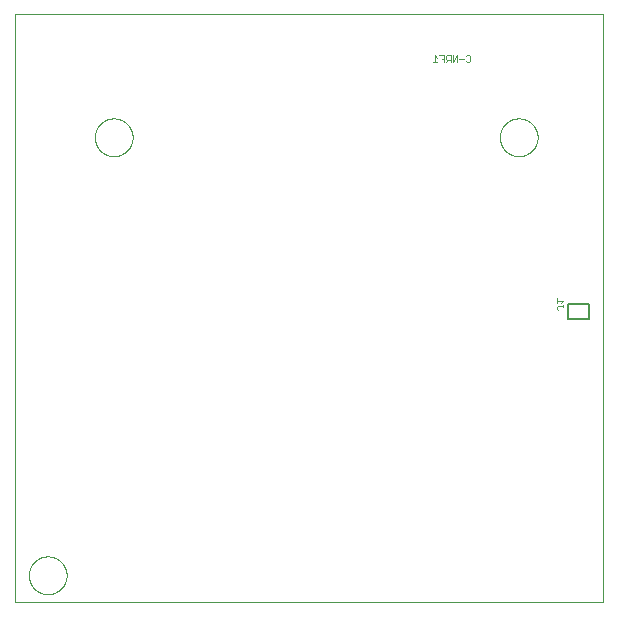
<source format=gbo>
G75*
%MOIN*%
%OFA0B0*%
%FSLAX25Y25*%
%IPPOS*%
%LPD*%
%AMOC8*
5,1,8,0,0,1.08239X$1,22.5*
%
%ADD10C,0.00000*%
%ADD11C,0.00500*%
%ADD12C,0.00300*%
%ADD13C,0.00200*%
D10*
X0001500Y0002000D02*
X0197500Y0002000D01*
X0197500Y0198000D01*
X0001500Y0198000D01*
X0001500Y0002000D01*
X0006201Y0011000D02*
X0006203Y0011158D01*
X0006209Y0011316D01*
X0006219Y0011474D01*
X0006233Y0011632D01*
X0006251Y0011789D01*
X0006272Y0011946D01*
X0006298Y0012102D01*
X0006328Y0012258D01*
X0006361Y0012413D01*
X0006399Y0012566D01*
X0006440Y0012719D01*
X0006485Y0012871D01*
X0006534Y0013022D01*
X0006587Y0013171D01*
X0006643Y0013319D01*
X0006703Y0013465D01*
X0006767Y0013610D01*
X0006835Y0013753D01*
X0006906Y0013895D01*
X0006980Y0014035D01*
X0007058Y0014172D01*
X0007140Y0014308D01*
X0007224Y0014442D01*
X0007313Y0014573D01*
X0007404Y0014702D01*
X0007499Y0014829D01*
X0007596Y0014954D01*
X0007697Y0015076D01*
X0007801Y0015195D01*
X0007908Y0015312D01*
X0008018Y0015426D01*
X0008131Y0015537D01*
X0008246Y0015646D01*
X0008364Y0015751D01*
X0008485Y0015853D01*
X0008608Y0015953D01*
X0008734Y0016049D01*
X0008862Y0016142D01*
X0008992Y0016232D01*
X0009125Y0016318D01*
X0009260Y0016402D01*
X0009396Y0016481D01*
X0009535Y0016558D01*
X0009676Y0016630D01*
X0009818Y0016700D01*
X0009962Y0016765D01*
X0010108Y0016827D01*
X0010255Y0016885D01*
X0010404Y0016940D01*
X0010554Y0016991D01*
X0010705Y0017038D01*
X0010857Y0017081D01*
X0011010Y0017120D01*
X0011165Y0017156D01*
X0011320Y0017187D01*
X0011476Y0017215D01*
X0011632Y0017239D01*
X0011789Y0017259D01*
X0011947Y0017275D01*
X0012104Y0017287D01*
X0012263Y0017295D01*
X0012421Y0017299D01*
X0012579Y0017299D01*
X0012737Y0017295D01*
X0012896Y0017287D01*
X0013053Y0017275D01*
X0013211Y0017259D01*
X0013368Y0017239D01*
X0013524Y0017215D01*
X0013680Y0017187D01*
X0013835Y0017156D01*
X0013990Y0017120D01*
X0014143Y0017081D01*
X0014295Y0017038D01*
X0014446Y0016991D01*
X0014596Y0016940D01*
X0014745Y0016885D01*
X0014892Y0016827D01*
X0015038Y0016765D01*
X0015182Y0016700D01*
X0015324Y0016630D01*
X0015465Y0016558D01*
X0015604Y0016481D01*
X0015740Y0016402D01*
X0015875Y0016318D01*
X0016008Y0016232D01*
X0016138Y0016142D01*
X0016266Y0016049D01*
X0016392Y0015953D01*
X0016515Y0015853D01*
X0016636Y0015751D01*
X0016754Y0015646D01*
X0016869Y0015537D01*
X0016982Y0015426D01*
X0017092Y0015312D01*
X0017199Y0015195D01*
X0017303Y0015076D01*
X0017404Y0014954D01*
X0017501Y0014829D01*
X0017596Y0014702D01*
X0017687Y0014573D01*
X0017776Y0014442D01*
X0017860Y0014308D01*
X0017942Y0014172D01*
X0018020Y0014035D01*
X0018094Y0013895D01*
X0018165Y0013753D01*
X0018233Y0013610D01*
X0018297Y0013465D01*
X0018357Y0013319D01*
X0018413Y0013171D01*
X0018466Y0013022D01*
X0018515Y0012871D01*
X0018560Y0012719D01*
X0018601Y0012566D01*
X0018639Y0012413D01*
X0018672Y0012258D01*
X0018702Y0012102D01*
X0018728Y0011946D01*
X0018749Y0011789D01*
X0018767Y0011632D01*
X0018781Y0011474D01*
X0018791Y0011316D01*
X0018797Y0011158D01*
X0018799Y0011000D01*
X0018797Y0010842D01*
X0018791Y0010684D01*
X0018781Y0010526D01*
X0018767Y0010368D01*
X0018749Y0010211D01*
X0018728Y0010054D01*
X0018702Y0009898D01*
X0018672Y0009742D01*
X0018639Y0009587D01*
X0018601Y0009434D01*
X0018560Y0009281D01*
X0018515Y0009129D01*
X0018466Y0008978D01*
X0018413Y0008829D01*
X0018357Y0008681D01*
X0018297Y0008535D01*
X0018233Y0008390D01*
X0018165Y0008247D01*
X0018094Y0008105D01*
X0018020Y0007965D01*
X0017942Y0007828D01*
X0017860Y0007692D01*
X0017776Y0007558D01*
X0017687Y0007427D01*
X0017596Y0007298D01*
X0017501Y0007171D01*
X0017404Y0007046D01*
X0017303Y0006924D01*
X0017199Y0006805D01*
X0017092Y0006688D01*
X0016982Y0006574D01*
X0016869Y0006463D01*
X0016754Y0006354D01*
X0016636Y0006249D01*
X0016515Y0006147D01*
X0016392Y0006047D01*
X0016266Y0005951D01*
X0016138Y0005858D01*
X0016008Y0005768D01*
X0015875Y0005682D01*
X0015740Y0005598D01*
X0015604Y0005519D01*
X0015465Y0005442D01*
X0015324Y0005370D01*
X0015182Y0005300D01*
X0015038Y0005235D01*
X0014892Y0005173D01*
X0014745Y0005115D01*
X0014596Y0005060D01*
X0014446Y0005009D01*
X0014295Y0004962D01*
X0014143Y0004919D01*
X0013990Y0004880D01*
X0013835Y0004844D01*
X0013680Y0004813D01*
X0013524Y0004785D01*
X0013368Y0004761D01*
X0013211Y0004741D01*
X0013053Y0004725D01*
X0012896Y0004713D01*
X0012737Y0004705D01*
X0012579Y0004701D01*
X0012421Y0004701D01*
X0012263Y0004705D01*
X0012104Y0004713D01*
X0011947Y0004725D01*
X0011789Y0004741D01*
X0011632Y0004761D01*
X0011476Y0004785D01*
X0011320Y0004813D01*
X0011165Y0004844D01*
X0011010Y0004880D01*
X0010857Y0004919D01*
X0010705Y0004962D01*
X0010554Y0005009D01*
X0010404Y0005060D01*
X0010255Y0005115D01*
X0010108Y0005173D01*
X0009962Y0005235D01*
X0009818Y0005300D01*
X0009676Y0005370D01*
X0009535Y0005442D01*
X0009396Y0005519D01*
X0009260Y0005598D01*
X0009125Y0005682D01*
X0008992Y0005768D01*
X0008862Y0005858D01*
X0008734Y0005951D01*
X0008608Y0006047D01*
X0008485Y0006147D01*
X0008364Y0006249D01*
X0008246Y0006354D01*
X0008131Y0006463D01*
X0008018Y0006574D01*
X0007908Y0006688D01*
X0007801Y0006805D01*
X0007697Y0006924D01*
X0007596Y0007046D01*
X0007499Y0007171D01*
X0007404Y0007298D01*
X0007313Y0007427D01*
X0007224Y0007558D01*
X0007140Y0007692D01*
X0007058Y0007828D01*
X0006980Y0007965D01*
X0006906Y0008105D01*
X0006835Y0008247D01*
X0006767Y0008390D01*
X0006703Y0008535D01*
X0006643Y0008681D01*
X0006587Y0008829D01*
X0006534Y0008978D01*
X0006485Y0009129D01*
X0006440Y0009281D01*
X0006399Y0009434D01*
X0006361Y0009587D01*
X0006328Y0009742D01*
X0006298Y0009898D01*
X0006272Y0010054D01*
X0006251Y0010211D01*
X0006233Y0010368D01*
X0006219Y0010526D01*
X0006209Y0010684D01*
X0006203Y0010842D01*
X0006201Y0011000D01*
X0028201Y0157000D02*
X0028203Y0157158D01*
X0028209Y0157316D01*
X0028219Y0157474D01*
X0028233Y0157632D01*
X0028251Y0157789D01*
X0028272Y0157946D01*
X0028298Y0158102D01*
X0028328Y0158258D01*
X0028361Y0158413D01*
X0028399Y0158566D01*
X0028440Y0158719D01*
X0028485Y0158871D01*
X0028534Y0159022D01*
X0028587Y0159171D01*
X0028643Y0159319D01*
X0028703Y0159465D01*
X0028767Y0159610D01*
X0028835Y0159753D01*
X0028906Y0159895D01*
X0028980Y0160035D01*
X0029058Y0160172D01*
X0029140Y0160308D01*
X0029224Y0160442D01*
X0029313Y0160573D01*
X0029404Y0160702D01*
X0029499Y0160829D01*
X0029596Y0160954D01*
X0029697Y0161076D01*
X0029801Y0161195D01*
X0029908Y0161312D01*
X0030018Y0161426D01*
X0030131Y0161537D01*
X0030246Y0161646D01*
X0030364Y0161751D01*
X0030485Y0161853D01*
X0030608Y0161953D01*
X0030734Y0162049D01*
X0030862Y0162142D01*
X0030992Y0162232D01*
X0031125Y0162318D01*
X0031260Y0162402D01*
X0031396Y0162481D01*
X0031535Y0162558D01*
X0031676Y0162630D01*
X0031818Y0162700D01*
X0031962Y0162765D01*
X0032108Y0162827D01*
X0032255Y0162885D01*
X0032404Y0162940D01*
X0032554Y0162991D01*
X0032705Y0163038D01*
X0032857Y0163081D01*
X0033010Y0163120D01*
X0033165Y0163156D01*
X0033320Y0163187D01*
X0033476Y0163215D01*
X0033632Y0163239D01*
X0033789Y0163259D01*
X0033947Y0163275D01*
X0034104Y0163287D01*
X0034263Y0163295D01*
X0034421Y0163299D01*
X0034579Y0163299D01*
X0034737Y0163295D01*
X0034896Y0163287D01*
X0035053Y0163275D01*
X0035211Y0163259D01*
X0035368Y0163239D01*
X0035524Y0163215D01*
X0035680Y0163187D01*
X0035835Y0163156D01*
X0035990Y0163120D01*
X0036143Y0163081D01*
X0036295Y0163038D01*
X0036446Y0162991D01*
X0036596Y0162940D01*
X0036745Y0162885D01*
X0036892Y0162827D01*
X0037038Y0162765D01*
X0037182Y0162700D01*
X0037324Y0162630D01*
X0037465Y0162558D01*
X0037604Y0162481D01*
X0037740Y0162402D01*
X0037875Y0162318D01*
X0038008Y0162232D01*
X0038138Y0162142D01*
X0038266Y0162049D01*
X0038392Y0161953D01*
X0038515Y0161853D01*
X0038636Y0161751D01*
X0038754Y0161646D01*
X0038869Y0161537D01*
X0038982Y0161426D01*
X0039092Y0161312D01*
X0039199Y0161195D01*
X0039303Y0161076D01*
X0039404Y0160954D01*
X0039501Y0160829D01*
X0039596Y0160702D01*
X0039687Y0160573D01*
X0039776Y0160442D01*
X0039860Y0160308D01*
X0039942Y0160172D01*
X0040020Y0160035D01*
X0040094Y0159895D01*
X0040165Y0159753D01*
X0040233Y0159610D01*
X0040297Y0159465D01*
X0040357Y0159319D01*
X0040413Y0159171D01*
X0040466Y0159022D01*
X0040515Y0158871D01*
X0040560Y0158719D01*
X0040601Y0158566D01*
X0040639Y0158413D01*
X0040672Y0158258D01*
X0040702Y0158102D01*
X0040728Y0157946D01*
X0040749Y0157789D01*
X0040767Y0157632D01*
X0040781Y0157474D01*
X0040791Y0157316D01*
X0040797Y0157158D01*
X0040799Y0157000D01*
X0040797Y0156842D01*
X0040791Y0156684D01*
X0040781Y0156526D01*
X0040767Y0156368D01*
X0040749Y0156211D01*
X0040728Y0156054D01*
X0040702Y0155898D01*
X0040672Y0155742D01*
X0040639Y0155587D01*
X0040601Y0155434D01*
X0040560Y0155281D01*
X0040515Y0155129D01*
X0040466Y0154978D01*
X0040413Y0154829D01*
X0040357Y0154681D01*
X0040297Y0154535D01*
X0040233Y0154390D01*
X0040165Y0154247D01*
X0040094Y0154105D01*
X0040020Y0153965D01*
X0039942Y0153828D01*
X0039860Y0153692D01*
X0039776Y0153558D01*
X0039687Y0153427D01*
X0039596Y0153298D01*
X0039501Y0153171D01*
X0039404Y0153046D01*
X0039303Y0152924D01*
X0039199Y0152805D01*
X0039092Y0152688D01*
X0038982Y0152574D01*
X0038869Y0152463D01*
X0038754Y0152354D01*
X0038636Y0152249D01*
X0038515Y0152147D01*
X0038392Y0152047D01*
X0038266Y0151951D01*
X0038138Y0151858D01*
X0038008Y0151768D01*
X0037875Y0151682D01*
X0037740Y0151598D01*
X0037604Y0151519D01*
X0037465Y0151442D01*
X0037324Y0151370D01*
X0037182Y0151300D01*
X0037038Y0151235D01*
X0036892Y0151173D01*
X0036745Y0151115D01*
X0036596Y0151060D01*
X0036446Y0151009D01*
X0036295Y0150962D01*
X0036143Y0150919D01*
X0035990Y0150880D01*
X0035835Y0150844D01*
X0035680Y0150813D01*
X0035524Y0150785D01*
X0035368Y0150761D01*
X0035211Y0150741D01*
X0035053Y0150725D01*
X0034896Y0150713D01*
X0034737Y0150705D01*
X0034579Y0150701D01*
X0034421Y0150701D01*
X0034263Y0150705D01*
X0034104Y0150713D01*
X0033947Y0150725D01*
X0033789Y0150741D01*
X0033632Y0150761D01*
X0033476Y0150785D01*
X0033320Y0150813D01*
X0033165Y0150844D01*
X0033010Y0150880D01*
X0032857Y0150919D01*
X0032705Y0150962D01*
X0032554Y0151009D01*
X0032404Y0151060D01*
X0032255Y0151115D01*
X0032108Y0151173D01*
X0031962Y0151235D01*
X0031818Y0151300D01*
X0031676Y0151370D01*
X0031535Y0151442D01*
X0031396Y0151519D01*
X0031260Y0151598D01*
X0031125Y0151682D01*
X0030992Y0151768D01*
X0030862Y0151858D01*
X0030734Y0151951D01*
X0030608Y0152047D01*
X0030485Y0152147D01*
X0030364Y0152249D01*
X0030246Y0152354D01*
X0030131Y0152463D01*
X0030018Y0152574D01*
X0029908Y0152688D01*
X0029801Y0152805D01*
X0029697Y0152924D01*
X0029596Y0153046D01*
X0029499Y0153171D01*
X0029404Y0153298D01*
X0029313Y0153427D01*
X0029224Y0153558D01*
X0029140Y0153692D01*
X0029058Y0153828D01*
X0028980Y0153965D01*
X0028906Y0154105D01*
X0028835Y0154247D01*
X0028767Y0154390D01*
X0028703Y0154535D01*
X0028643Y0154681D01*
X0028587Y0154829D01*
X0028534Y0154978D01*
X0028485Y0155129D01*
X0028440Y0155281D01*
X0028399Y0155434D01*
X0028361Y0155587D01*
X0028328Y0155742D01*
X0028298Y0155898D01*
X0028272Y0156054D01*
X0028251Y0156211D01*
X0028233Y0156368D01*
X0028219Y0156526D01*
X0028209Y0156684D01*
X0028203Y0156842D01*
X0028201Y0157000D01*
X0163201Y0157000D02*
X0163203Y0157158D01*
X0163209Y0157316D01*
X0163219Y0157474D01*
X0163233Y0157632D01*
X0163251Y0157789D01*
X0163272Y0157946D01*
X0163298Y0158102D01*
X0163328Y0158258D01*
X0163361Y0158413D01*
X0163399Y0158566D01*
X0163440Y0158719D01*
X0163485Y0158871D01*
X0163534Y0159022D01*
X0163587Y0159171D01*
X0163643Y0159319D01*
X0163703Y0159465D01*
X0163767Y0159610D01*
X0163835Y0159753D01*
X0163906Y0159895D01*
X0163980Y0160035D01*
X0164058Y0160172D01*
X0164140Y0160308D01*
X0164224Y0160442D01*
X0164313Y0160573D01*
X0164404Y0160702D01*
X0164499Y0160829D01*
X0164596Y0160954D01*
X0164697Y0161076D01*
X0164801Y0161195D01*
X0164908Y0161312D01*
X0165018Y0161426D01*
X0165131Y0161537D01*
X0165246Y0161646D01*
X0165364Y0161751D01*
X0165485Y0161853D01*
X0165608Y0161953D01*
X0165734Y0162049D01*
X0165862Y0162142D01*
X0165992Y0162232D01*
X0166125Y0162318D01*
X0166260Y0162402D01*
X0166396Y0162481D01*
X0166535Y0162558D01*
X0166676Y0162630D01*
X0166818Y0162700D01*
X0166962Y0162765D01*
X0167108Y0162827D01*
X0167255Y0162885D01*
X0167404Y0162940D01*
X0167554Y0162991D01*
X0167705Y0163038D01*
X0167857Y0163081D01*
X0168010Y0163120D01*
X0168165Y0163156D01*
X0168320Y0163187D01*
X0168476Y0163215D01*
X0168632Y0163239D01*
X0168789Y0163259D01*
X0168947Y0163275D01*
X0169104Y0163287D01*
X0169263Y0163295D01*
X0169421Y0163299D01*
X0169579Y0163299D01*
X0169737Y0163295D01*
X0169896Y0163287D01*
X0170053Y0163275D01*
X0170211Y0163259D01*
X0170368Y0163239D01*
X0170524Y0163215D01*
X0170680Y0163187D01*
X0170835Y0163156D01*
X0170990Y0163120D01*
X0171143Y0163081D01*
X0171295Y0163038D01*
X0171446Y0162991D01*
X0171596Y0162940D01*
X0171745Y0162885D01*
X0171892Y0162827D01*
X0172038Y0162765D01*
X0172182Y0162700D01*
X0172324Y0162630D01*
X0172465Y0162558D01*
X0172604Y0162481D01*
X0172740Y0162402D01*
X0172875Y0162318D01*
X0173008Y0162232D01*
X0173138Y0162142D01*
X0173266Y0162049D01*
X0173392Y0161953D01*
X0173515Y0161853D01*
X0173636Y0161751D01*
X0173754Y0161646D01*
X0173869Y0161537D01*
X0173982Y0161426D01*
X0174092Y0161312D01*
X0174199Y0161195D01*
X0174303Y0161076D01*
X0174404Y0160954D01*
X0174501Y0160829D01*
X0174596Y0160702D01*
X0174687Y0160573D01*
X0174776Y0160442D01*
X0174860Y0160308D01*
X0174942Y0160172D01*
X0175020Y0160035D01*
X0175094Y0159895D01*
X0175165Y0159753D01*
X0175233Y0159610D01*
X0175297Y0159465D01*
X0175357Y0159319D01*
X0175413Y0159171D01*
X0175466Y0159022D01*
X0175515Y0158871D01*
X0175560Y0158719D01*
X0175601Y0158566D01*
X0175639Y0158413D01*
X0175672Y0158258D01*
X0175702Y0158102D01*
X0175728Y0157946D01*
X0175749Y0157789D01*
X0175767Y0157632D01*
X0175781Y0157474D01*
X0175791Y0157316D01*
X0175797Y0157158D01*
X0175799Y0157000D01*
X0175797Y0156842D01*
X0175791Y0156684D01*
X0175781Y0156526D01*
X0175767Y0156368D01*
X0175749Y0156211D01*
X0175728Y0156054D01*
X0175702Y0155898D01*
X0175672Y0155742D01*
X0175639Y0155587D01*
X0175601Y0155434D01*
X0175560Y0155281D01*
X0175515Y0155129D01*
X0175466Y0154978D01*
X0175413Y0154829D01*
X0175357Y0154681D01*
X0175297Y0154535D01*
X0175233Y0154390D01*
X0175165Y0154247D01*
X0175094Y0154105D01*
X0175020Y0153965D01*
X0174942Y0153828D01*
X0174860Y0153692D01*
X0174776Y0153558D01*
X0174687Y0153427D01*
X0174596Y0153298D01*
X0174501Y0153171D01*
X0174404Y0153046D01*
X0174303Y0152924D01*
X0174199Y0152805D01*
X0174092Y0152688D01*
X0173982Y0152574D01*
X0173869Y0152463D01*
X0173754Y0152354D01*
X0173636Y0152249D01*
X0173515Y0152147D01*
X0173392Y0152047D01*
X0173266Y0151951D01*
X0173138Y0151858D01*
X0173008Y0151768D01*
X0172875Y0151682D01*
X0172740Y0151598D01*
X0172604Y0151519D01*
X0172465Y0151442D01*
X0172324Y0151370D01*
X0172182Y0151300D01*
X0172038Y0151235D01*
X0171892Y0151173D01*
X0171745Y0151115D01*
X0171596Y0151060D01*
X0171446Y0151009D01*
X0171295Y0150962D01*
X0171143Y0150919D01*
X0170990Y0150880D01*
X0170835Y0150844D01*
X0170680Y0150813D01*
X0170524Y0150785D01*
X0170368Y0150761D01*
X0170211Y0150741D01*
X0170053Y0150725D01*
X0169896Y0150713D01*
X0169737Y0150705D01*
X0169579Y0150701D01*
X0169421Y0150701D01*
X0169263Y0150705D01*
X0169104Y0150713D01*
X0168947Y0150725D01*
X0168789Y0150741D01*
X0168632Y0150761D01*
X0168476Y0150785D01*
X0168320Y0150813D01*
X0168165Y0150844D01*
X0168010Y0150880D01*
X0167857Y0150919D01*
X0167705Y0150962D01*
X0167554Y0151009D01*
X0167404Y0151060D01*
X0167255Y0151115D01*
X0167108Y0151173D01*
X0166962Y0151235D01*
X0166818Y0151300D01*
X0166676Y0151370D01*
X0166535Y0151442D01*
X0166396Y0151519D01*
X0166260Y0151598D01*
X0166125Y0151682D01*
X0165992Y0151768D01*
X0165862Y0151858D01*
X0165734Y0151951D01*
X0165608Y0152047D01*
X0165485Y0152147D01*
X0165364Y0152249D01*
X0165246Y0152354D01*
X0165131Y0152463D01*
X0165018Y0152574D01*
X0164908Y0152688D01*
X0164801Y0152805D01*
X0164697Y0152924D01*
X0164596Y0153046D01*
X0164499Y0153171D01*
X0164404Y0153298D01*
X0164313Y0153427D01*
X0164224Y0153558D01*
X0164140Y0153692D01*
X0164058Y0153828D01*
X0163980Y0153965D01*
X0163906Y0154105D01*
X0163835Y0154247D01*
X0163767Y0154390D01*
X0163703Y0154535D01*
X0163643Y0154681D01*
X0163587Y0154829D01*
X0163534Y0154978D01*
X0163485Y0155129D01*
X0163440Y0155281D01*
X0163399Y0155434D01*
X0163361Y0155587D01*
X0163328Y0155742D01*
X0163298Y0155898D01*
X0163272Y0156054D01*
X0163251Y0156211D01*
X0163233Y0156368D01*
X0163219Y0156526D01*
X0163209Y0156684D01*
X0163203Y0156842D01*
X0163201Y0157000D01*
D11*
X0186000Y0101500D02*
X0193000Y0101500D01*
X0193000Y0096500D01*
X0186000Y0096500D01*
X0186000Y0101500D01*
D12*
X0184352Y0101014D02*
X0184352Y0100280D01*
X0184352Y0100647D02*
X0182517Y0100647D01*
X0182150Y0100280D01*
X0182150Y0099913D01*
X0182517Y0099546D01*
X0182150Y0101848D02*
X0182150Y0103316D01*
X0182150Y0102582D02*
X0184352Y0102582D01*
X0183618Y0101848D01*
D13*
X0153033Y0182100D02*
X0152299Y0182100D01*
X0151932Y0182467D01*
X0151190Y0183201D02*
X0149722Y0183201D01*
X0148980Y0184302D02*
X0147512Y0182100D01*
X0147512Y0184302D01*
X0146770Y0184302D02*
X0146770Y0182100D01*
X0146770Y0182834D02*
X0145669Y0182834D01*
X0145302Y0183201D01*
X0145302Y0183935D01*
X0145669Y0184302D01*
X0146770Y0184302D01*
X0146036Y0182834D02*
X0145302Y0182100D01*
X0144560Y0182100D02*
X0144560Y0184302D01*
X0143093Y0184302D01*
X0142351Y0183568D02*
X0141617Y0184302D01*
X0141617Y0182100D01*
X0142351Y0182100D02*
X0140883Y0182100D01*
X0143827Y0183201D02*
X0144560Y0183201D01*
X0148980Y0182100D02*
X0148980Y0184302D01*
X0151932Y0183935D02*
X0152299Y0184302D01*
X0153033Y0184302D01*
X0153400Y0183935D01*
X0153400Y0182467D01*
X0153033Y0182100D01*
M02*

</source>
